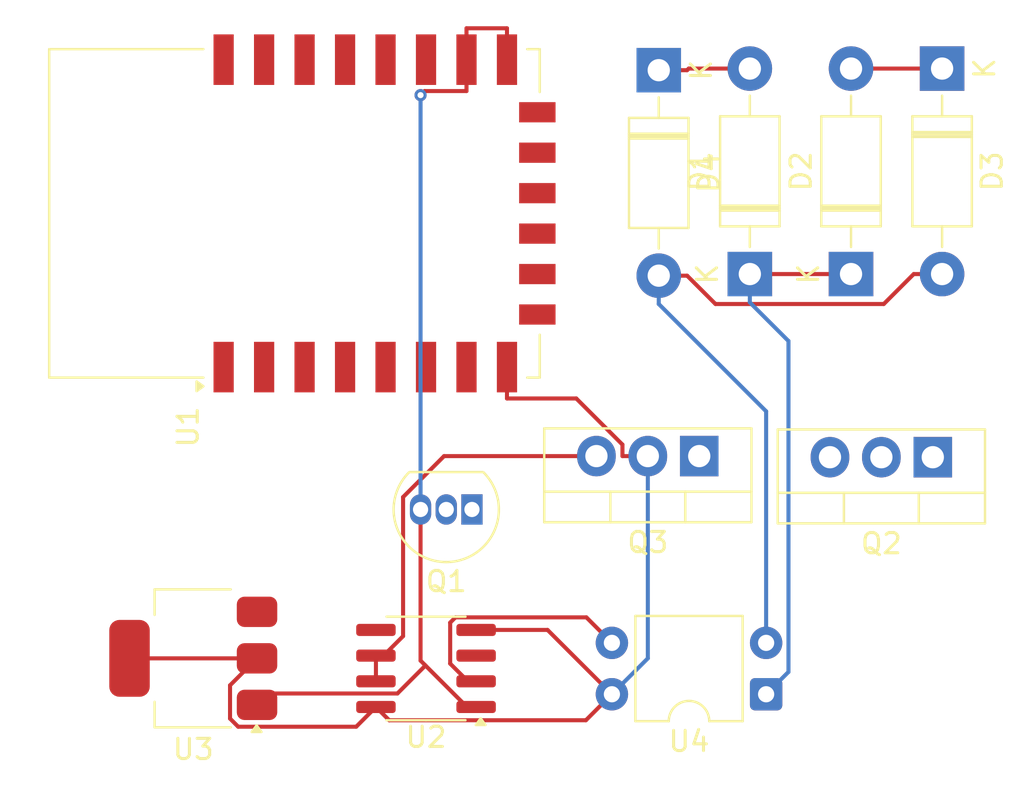
<source format=kicad_pcb>
(kicad_pcb (version 20241229) (generator "pcbnew") (generator_version "9.0")
  (layers (0 "F.Cu" signal) (2 "B.Cu" signal) (13 "F.Paste" user) (15 "B.Paste" user) (5 "F.SilkS" user "F.Silkscreen") (7 "B.SilkS" user "B.Silkscreen") (1 "F.Mask" user) (3 "B.Mask" user) (25 "Edge.Cuts" user))
  (net 0 "")
  (net 1 "Net-(D1-A)")
  (net 2 "Net-(D1-K)")
  (net 3 "Net-(D2-A)")
  (net 4 "Net-(D3-A)")
  (net 5 "Net-(Q1-C)")
  (net 6 "Net-(Q1-B)")
  (net 7 "GND")
  (net 8 "Net-(Q2-G)")
  (net 9 "LOAD_1")
  (net 10 "AC-IN-1")
  (net 11 "+3.3V")
  (net 12 "Net-(Q3-G)")
  (net 13 "CTRL_IN")
  (net 15 "PWM")
  (net 16 "Net-(JP2-C)")
  (net 17 "Net-(JP2-B)")
  (net 18 "GP0")
  (net 22 "Net-(U1-EN)")
  (net 31 "Net-(U1-~{RST})")
  (net 33 "Net-(U2-CV)")
  (net 34 "Net-(U2-TR)")
  (net 35 "Net-(U2-Q)")
  (net 36 "+5V")
  (footprint "Package_DIP:DIP-4_W7.62mm" (layer "F.Cu") (at 189.305 89.275 180)
    (property "Reference" "U4" (at 3.81 -2.33 0) (layer "F.SilkS"))
    (property "Value" "PC817")
    (fp_line (start 6.46 3.87) (end 6.46 -1.33) (stroke (width 0.12)) (layer "F.SilkS"))
    (fp_line (start 6.46 -1.33) (end 4.81 -1.33) (stroke (width 0.12)) (layer "F.SilkS"))
    (fp_line (start 2.81 -1.33) (end 1.16 -1.33) (stroke (width 0.12)) (layer "F.SilkS"))
    (fp_line (start 1.16 3.87) (end 6.46 3.87) (stroke (width 0.12)) (layer "F.SilkS"))
    (fp_line (start 1.16 -1.33) (end 1.16 3.87) (stroke (width 0.12)) (layer "F.SilkS"))
    (fp_arc (start 4.81 -1.33) (mid 3.81 -0.33) (end 2.81 -1.33) (stroke (width 0.12)) (layer "F.SilkS"))
    (pad "1" thru_hole roundrect (at 0 0 180) (size 1.6 1.6) (drill 0.8) (layers "*.Cu" "*.Mask") (roundrect_rratio 0.15625) (net 2 "Net-(D1-K)"))
    (pad "2" thru_hole circle (at 0 2.54 180) (size 1.6 1.6) (drill 0.8) (layers "*.Cu" "*.Mask") (net 4 "Net-(D3-A)"))
    (pad "3" thru_hole circle (at 7.62 2.54 180) (size 1.6 1.6) (drill 0.8) (layers "*.Cu" "*.Mask") (net 34 "Net-(U2-TR)"))
    (pad "4" thru_hole circle (at 7.62 0 180) (size 1.6 1.6) (drill 0.8) (layers "*.Cu" "*.Mask") (net 11 "+3.3V"))
  )
  (footprint "Package_TO_SOT_THT:TO-220-3_Vertical" (layer "F.Cu") (at 186 77.5 180)
    (property "Reference" "Q3" (at 2.54 -4.27 0) (layer "F.SilkS"))
    (property "Value" "IRF9540N")
    (fp_line (start 7.66 -3.27) (end 7.66 1.371) (stroke (width 0.12)) (layer "F.SilkS"))
    (fp_line (start 4.391 -3.27) (end 4.391 -1.76) (stroke (width 0.12)) (layer "F.SilkS"))
    (fp_line (start 0.69 -3.27) (end 0.69 -1.76) (stroke (width 0.12)) (layer "F.SilkS"))
    (fp_line (start -2.58 1.371) (end 7.66 1.371) (stroke (width 0.12)) (layer "F.SilkS"))
    (fp_line (start -2.58 -1.76) (end 7.66 -1.76) (stroke (width 0.12)) (layer "F.SilkS"))
    (fp_line (start -2.58 -3.27) (end 7.66 -3.27) (stroke (width 0.12)) (layer "F.SilkS"))
    (fp_line (start -2.58 -3.27) (end -2.58 1.371) (stroke (width 0.12)) (layer "F.SilkS"))
    (pad "1" thru_hole rect (at 0 0 180) (size 1.905 2) (drill 1.1) (layers "*.Cu" "*.Mask") (net 12 "Net-(Q3-G)"))
    (pad "2" thru_hole oval (at 2.54 0 180) (size 1.905 2) (drill 1.1) (layers "*.Cu" "*.Mask") (net 11 "+3.3V"))
    (pad "3" thru_hole oval (at 5.08 0 180) (size 1.905 2) (drill 1.1) (layers "*.Cu" "*.Mask") (net 13 "CTRL_IN"))
  )
  (footprint "Package_TO_SOT_THT:TO-92_Inline" (layer "F.Cu") (at 174.77 80.14 180)
    (property "Reference" "Q1" (at 1.27 -3.56 0) (layer "F.SilkS"))
    (property "Value" "BC548")
    (fp_line (start -0.53 1.85) (end 3.07 1.85) (stroke (width 0.12)) (layer "F.SilkS"))
    (fp_arc (start 1.27 -2.6) (mid 3.672087 -0.994977) (end 3.108478 1.838478) (stroke (width 0.12)) (layer "F.SilkS"))
    (fp_arc (start -0.568478 1.838478) (mid -1.132087 -0.994977) (end 1.27 -2.6) (stroke (width 0.12)) (layer "F.SilkS"))
    (pad "1" thru_hole rect (at 0 0 180) (size 1.05 1.5) (drill 0.75) (layers "*.Cu" "*.Mask") (net 5 "Net-(Q1-C)"))
    (pad "2" thru_hole oval (at 1.27 0 180) (size 1.05 1.5) (drill 0.75) (layers "*.Cu" "*.Mask") (net 6 "Net-(Q1-B)"))
    (pad "3" thru_hole oval (at 2.54 0 180) (size 1.05 1.5) (drill 0.75) (layers "*.Cu" "*.Mask") (net 7 "GND"))
  )
  (footprint "Diode_THT:D_DO-41_SOD81_P10.16mm_Horizontal" (layer "F.Cu") (at 184 58.42 -90)
    (property "Reference" "D4" (at 5.08 -2.47 90) (layer "F.SilkS"))
    (property "Value" "1N4007")
    (fp_line (start 2.36 1.47) (end 7.8 1.47) (stroke (width 0.12)) (layer "F.SilkS"))
    (fp_line (start 7.8 1.47) (end 7.8 -1.47) (stroke (width 0.12)) (layer "F.SilkS"))
    (fp_line (start 1.34 0) (end 2.36 0) (stroke (width 0.12)) (layer "F.SilkS"))
    (fp_line (start 8.82 0) (end 7.8 0) (stroke (width 0.12)) (layer "F.SilkS"))
    (fp_line (start 2.36 -1.47) (end 2.36 1.47) (stroke (width 0.12)) (layer "F.SilkS"))
    (fp_line (start 3.14 -1.47) (end 3.14 1.47) (stroke (width 0.12)) (layer "F.SilkS"))
    (fp_line (start 3.26 -1.47) (end 3.26 1.47) (stroke (width 0.12)) (layer "F.SilkS"))
    (fp_line (start 3.38 -1.47) (end 3.38 1.47) (stroke (width 0.12)) (layer "F.SilkS"))
    (fp_line (start 7.8 -1.47) (end 2.36 -1.47) (stroke (width 0.12)) (layer "F.SilkS"))
    (fp_text user "K" (at 0 -2.1 90) (layer "F.SilkS"))
    (pad "1" thru_hole rect (at 0 0 270) (size 2.2 2.2) (drill 1.1) (layers "*.Cu" "*.Mask") (net 1 "Net-(D1-A)"))
    (pad "2" thru_hole oval (at 10.16 0 270) (size 2.2 2.2) (drill 1.1) (layers "*.Cu" "*.Mask") (net 4 "Net-(D3-A)"))
  )
  (footprint "RF_Module:ESP-12E" (layer "F.Cu") (at 166 65.5 90)
    (property "Reference" "U1" (at -10.56 -5.26 90) (layer "F.SilkS"))
    (property "Value" "ESP-12E")
    (fp_line (start 8.12 -12.12) (end 8.12 -4.5) (stroke (width 0.12)) (layer "F.SilkS"))
    (fp_line (start -8.12 -12.12) (end 8.12 -12.12) (stroke (width 0.12)) (layer "F.SilkS"))
    (fp_line (start -8.12 -4.5) (end -8.12 -12.12) (stroke (width 0.12)) (layer "F.SilkS"))
    (fp_line (start 8.12 11.5) (end 8.12 12.12) (stroke (width 0.12)) (layer "F.SilkS"))
    (fp_line (start 8.12 12.12) (end 6 12.12) (stroke (width 0.12)) (layer "F.SilkS"))
    (fp_line (start -6 12.12) (end -8.12 12.12) (stroke (width 0.12)) (layer "F.SilkS"))
    (fp_line (start -8.12 12.12) (end -8.12 11.5) (stroke (width 0.12)) (layer "F.SilkS"))
    (fp_poly (pts (xy -8.55 -4.5) (xy -8.79 -4.836) (xy -8.31 -4.836) (xy -8.55 -4.5)) (stroke (width 0.12)) (fill yes) (layer "F.SilkS"))
    (pad "1" smd rect (at -7.6 -3.5 90) (size 2.5 1) (layers "F.Cu" "F.Mask" "F.Paste") (net 31 "Net-(U1-~{RST})"))
    (pad "2" smd rect (at -7.6 -1.5 90) (size 2.5 1) (layers "F.Cu" "F.Mask" "F.Paste"))
    (pad "3" smd rect (at -7.6 0.5 90) (size 2.5 1) (layers "F.Cu" "F.Mask" "F.Paste") (net 22 "Net-(U1-EN)"))
    (pad "4" smd rect (at -7.6 2.5 90) (size 2.5 1) (layers "F.Cu" "F.Mask" "F.Paste"))
    (pad "5" smd rect (at -7.6 4.5 90) (size 2.5 1) (layers "F.Cu" "F.Mask" "F.Paste") (net 15 "PWM"))
    (pad "6" smd rect (at -7.6 6.5 90) (size 2.5 1) (layers "F.Cu" "F.Mask" "F.Paste"))
    (pad "7" smd rect (at -7.6 8.5 90) (size 2.5 1) (layers "F.Cu" "F.Mask" "F.Paste"))
    (pad "8" smd rect (at -7.6 10.5 90) (size 2.5 1) (layers "F.Cu" "F.Mask" "F.Paste") (net 11 "+3.3V"))
    (pad "9" smd rect (at -5 12 90) (size 1 1.8) (layers "F.Cu" "F.Mask" "F.Paste"))
    (pad "10" smd rect (at -3 12 90) (size 1 1.8) (layers "F.Cu" "F.Mask" "F.Paste"))
    (pad "11" smd rect (at -1 12 90) (size 1 1.8) (layers "F.Cu" "F.Mask" "F.Paste"))
    (pad "12" smd rect (at 1 12 90) (size 1 1.8) (layers "F.Cu" "F.Mask" "F.Paste"))
    (pad "13" smd rect (at 3 12 90) (size 1 1.8) (layers "F.Cu" "F.Mask" "F.Paste"))
    (pad "14" smd rect (at 5 12 90) (size 1 1.8) (layers "F.Cu" "F.Mask" "F.Paste"))
    (pad "15" smd rect (at 7.6 10.5 90) (size 2.5 1) (layers "F.Cu" "F.Mask" "F.Paste") (net 7 "GND"))
    (pad "16" smd rect (at 7.6 8.5 90) (size 2.5 1) (layers "F.Cu" "F.Mask" "F.Paste") (net 7 "GND"))
    (pad "17" smd rect (at 7.6 6.5 90) (size 2.5 1) (layers "F.Cu" "F.Mask" "F.Paste"))
    (pad "18" smd rect (at 7.6 4.5 90) (size 2.5 1) (layers "F.Cu" "F.Mask" "F.Paste") (net 18 "GP0"))
    (pad "19" smd rect (at 7.6 2.5 90) (size 2.5 1) (layers "F.Cu" "F.Mask" "F.Paste"))
    (pad "20" smd rect (at 7.6 0.5 90) (size 2.5 1) (layers "F.Cu" "F.Mask" "F.Paste"))
    (pad "21" smd rect (at 7.6 -1.5 90) (size 2.5 1) (layers "F.Cu" "F.Mask" "F.Paste") (net 17 "Net-(JP2-B)"))
    (pad "22" smd rect (at 7.6 -3.5 90) (size 2.5 1) (layers "F.Cu" "F.Mask" "F.Paste") (net 16 "Net-(JP2-C)"))
  )
  (footprint "Diode_THT:D_DO-41_SOD81_P10.16mm_Horizontal" (layer "F.Cu") (at 198 58.34 -90)
    (property "Reference" "D3" (at 5.08 -2.47 90) (layer "F.SilkS"))
    (property "Value" "1N4007")
    (fp_line (start 2.36 1.47) (end 7.8 1.47) (stroke (width 0.12)) (layer "F.SilkS"))
    (fp_line (start 7.8 1.47) (end 7.8 -1.47) (stroke (width 0.12)) (layer "F.SilkS"))
    (fp_line (start 1.34 0) (end 2.36 0) (stroke (width 0.12)) (layer "F.SilkS"))
    (fp_line (start 8.82 0) (end 7.8 0) (stroke (width 0.12)) (layer "F.SilkS"))
    (fp_line (start 2.36 -1.47) (end 2.36 1.47) (stroke (width 0.12)) (layer "F.SilkS"))
    (fp_line (start 3.14 -1.47) (end 3.14 1.47) (stroke (width 0.12)) (layer "F.SilkS"))
    (fp_line (start 3.26 -1.47) (end 3.26 1.47) (stroke (width 0.12)) (layer "F.SilkS"))
    (fp_line (start 3.38 -1.47) (end 3.38 1.47) (stroke (width 0.12)) (layer "F.SilkS"))
    (fp_line (start 7.8 -1.47) (end 2.36 -1.47) (stroke (width 0.12)) (layer "F.SilkS"))
    (fp_text user "K" (at 0 -2.1 90) (layer "F.SilkS"))
    (pad "1" thru_hole rect (at 0 0 270) (size 2.2 2.2) (drill 1.1) (layers "*.Cu" "*.Mask") (net 3 "Net-(D2-A)"))
    (pad "2" thru_hole oval (at 10.16 0 270) (size 2.2 2.2) (drill 1.1) (layers "*.Cu" "*.Mask") (net 4 "Net-(D3-A)"))
  )
  (footprint "Diode_THT:D_DO-41_SOD81_P10.16mm_Horizontal" (layer "F.Cu") (at 188.5 68.5 90)
    (property "Reference" "D1" (at 5.08 -2.47 90) (layer "F.SilkS"))
    (property "Value" "~")
    (fp_line (start 7.8 -1.47) (end 2.36 -1.47) (stroke (width 0.12)) (layer "F.SilkS"))
    (fp_line (start 3.38 -1.47) (end 3.38 1.47) (stroke (width 0.12)) (layer "F.SilkS"))
    (fp_line (start 3.26 -1.47) (end 3.26 1.47) (stroke (width 0.12)) (layer "F.SilkS"))
    (fp_line (start 3.14 -1.47) (end 3.14 1.47) (stroke (width 0.12)) (layer "F.SilkS"))
    (fp_line (start 2.36 -1.47) (end 2.36 1.47) (stroke (width 0.12)) (layer "F.SilkS"))
    (fp_line (start 8.82 0) (end 7.8 0) (stroke (width 0.12)) (layer "F.SilkS"))
    (fp_line (start 1.34 0) (end 2.36 0) (stroke (width 0.12)) (layer "F.SilkS"))
    (fp_line (start 7.8 1.47) (end 7.8 -1.47) (stroke (width 0.12)) (layer "F.SilkS"))
    (fp_line (start 2.36 1.47) (end 7.8 1.47) (stroke (width 0.12)) (layer "F.SilkS"))
    (fp_text user "K" (at 0 -2.1 90) (layer "F.SilkS"))
    (pad "1" thru_hole rect (at 0 0 90) (size 2.2 2.2) (drill 1.1) (layers "*.Cu" "*.Mask") (net 2 "Net-(D1-K)"))
    (pad "2" thru_hole oval (at 10.16 0 90) (size 2.2 2.2) (drill 1.1) (layers "*.Cu" "*.Mask") (net 1 "Net-(D1-A)"))
  )
  (footprint "Package_TO_SOT_THT:TO-220-3_Vertical" (layer "F.Cu") (at 197.54 77.555 180)
    (property "Reference" "Q2" (at 2.54 -4.27 0) (layer "F.SilkS"))
    (property "Value" "BT136-500")
    (fp_line (start 7.66 -3.27) (end 7.66 1.371) (stroke (width 0.12)) (layer "F.SilkS"))
    (fp_line (start 4.391 -3.27) (end 4.391 -1.76) (stroke (width 0.12)) (layer "F.SilkS"))
    (fp_line (start 0.69 -3.27) (end 0.69 -1.76) (stroke (width 0.12)) (layer "F.SilkS"))
    (fp_line (start -2.58 1.371) (end 7.66 1.371) (stroke (width 0.12)) (layer "F.SilkS"))
    (fp_line (start -2.58 -1.76) (end 7.66 -1.76) (stroke (width 0.12)) (layer "F.SilkS"))
    (fp_line (start -2.58 -3.27) (end 7.66 -3.27) (stroke (width 0.12)) (layer "F.SilkS"))
    (fp_line (start -2.58 -3.27) (end -2.58 1.371) (stroke (width 0.12)) (layer "F.SilkS"))
    (pad "1" thru_hole rect (at 0 0 180) (size 1.905 2) (drill 1.1) (layers "*.Cu" "*.Mask") (net 9 "LOAD_1"))
    (pad "2" thru_hole oval (at 2.54 0 180) (size 1.905 2) (drill 1.1) (layers "*.Cu" "*.Mask") (net 10 "AC-IN-1"))
    (pad "3" thru_hole oval (at 5.08 0 180) (size 1.905 2) (drill 1.1) (layers "*.Cu" "*.Mask") (net 8 "Net-(Q2-G)"))
  )
  (footprint "Diode_THT:D_DO-41_SOD81_P10.16mm_Horizontal" (layer "F.Cu") (at 193.5 68.5 90)
    (property "Reference" "D2" (at 5.08 -2.47 90) (layer "F.SilkS"))
    (property "Value" "~")
    (fp_line (start 7.8 -1.47) (end 2.36 -1.47) (stroke (width 0.12)) (layer "F.SilkS"))
    (fp_line (start 3.38 -1.47) (end 3.38 1.47) (stroke (width 0.12)) (layer "F.SilkS"))
    (fp_line (start 3.26 -1.47) (end 3.26 1.47) (stroke (width 0.12)) (layer "F.SilkS"))
    (fp_line (start 3.14 -1.47) (end 3.14 1.47) (stroke (width 0.12)) (layer "F.SilkS"))
    (fp_line (start 2.36 -1.47) (end 2.36 1.47) (stroke (width 0.12)) (layer "F.SilkS"))
    (fp_line (start 8.82 0) (end 7.8 0) (stroke (width 0.12)) (layer "F.SilkS"))
    (fp_line (start 1.34 0) (end 2.36 0) (stroke (width 0.12)) (layer "F.SilkS"))
    (fp_line (start 7.8 1.47) (end 7.8 -1.47) (stroke (width 0.12)) (layer "F.SilkS"))
    (fp_line (start 2.36 1.47) (end 7.8 1.47) (stroke (width 0.12)) (layer "F.SilkS"))
    (fp_text user "K" (at 0 -2.1 90) (layer "F.SilkS"))
    (pad "1" thru_hole rect (at 0 0 90) (size 2.2 2.2) (drill 1.1) (layers "*.Cu" "*.Mask") (net 2 "Net-(D1-K)"))
    (pad "2" thru_hole oval (at 10.16 0 90) (size 2.2 2.2) (drill 1.1) (layers "*.Cu" "*.Mask") (net 3 "Net-(D2-A)"))
  )
  (footprint "Package_SO:SOIC-8_3.9x4.9mm_P1.27mm" (layer "F.Cu") (at 172.5 88 180)
    (property "Reference" "U2" (at 0 -3.4 0) (layer "F.SilkS"))
    (property "Value" "NE555D")
    (fp_line (start 0 2.56) (end 1.95 2.56) (stroke (width 0.12)) (layer "F.SilkS"))
    (fp_line (start 0 2.56) (end -1.95 2.56) (stroke (width 0.12)) (layer "F.SilkS"))
    (fp_line (start 0 -2.56) (end 1.95 -2.56) (stroke (width 0.12)) (layer "F.SilkS"))
    (fp_line (start 0 -2.56) (end -1.95 -2.56) (stroke (width 0.12)) (layer "F.SilkS"))
    (fp_poly (pts (xy -2.7 -2.465) (xy -2.94 -2.795) (xy -2.46 -2.795) (xy -2.7 -2.465)) (stroke (width 0.12)) (fill yes) (layer "F.SilkS"))
    (pad "1" smd roundrect (at -2.475 -1.905 180) (size 1.95 0.6) (layers "F.Cu" "F.Mask" "F.Paste") (net 7 "GND"))
    (pad "2" smd roundrect (at -2.475 -0.635 180) (size 1.95 0.6) (layers "F.Cu" "F.Mask" "F.Paste") (net 34 "Net-(U2-TR)"))
    (pad "3" smd roundrect (at -2.475 0.635 180) (size 1.95 0.6) (layers "F.Cu" "F.Mask" "F.Paste") (net 35 "Net-(U2-Q)"))
    (pad "4" smd roundrect (at -2.475 1.905 180) (size 1.95 0.6) (layers "F.Cu" "F.Mask" "F.Paste") (net 11 "+3.3V"))
    (pad "5" smd roundrect (at 2.475 1.905 180) (size 1.95 0.6) (layers "F.Cu" "F.Mask" "F.Paste") (net 33 "Net-(U2-CV)"))
    (pad "6" smd roundrect (at 2.475 0.635 180) (size 1.95 0.6) (layers "F.Cu" "F.Mask" "F.Paste") (net 13 "CTRL_IN"))
    (pad "7" smd roundrect (at 2.475 -0.635 180) (size 1.95 0.6) (layers "F.Cu" "F.Mask" "F.Paste") (net 13 "CTRL_IN"))
    (pad "8" smd roundrect (at 2.475 -1.905 180) (size 1.95 0.6) (layers "F.Cu" "F.Mask" "F.Paste") (net 11 "+3.3V"))
  )
  (footprint "Package_TO_SOT_SMD:SOT-223-3_TabPin2" (layer "F.Cu") (at 161 87.5 180)
    (property "Reference" "U3" (at 0 -4.5 0) (layer "F.SilkS"))
    (property "Value" "AMS1117-3.3")
    (fp_line (start 1.91 3.41) (end 1.91 2.15) (stroke (width 0.12)) (layer "F.SilkS"))
    (fp_line (start 1.91 -3.41) (end 1.91 -2.15) (stroke (width 0.12)) (layer "F.SilkS"))
    (fp_line (start -1.85 3.41) (end 1.91 3.41) (stroke (width 0.12)) (layer "F.SilkS"))
    (fp_line (start -1.85 -3.41) (end 1.91 -3.41) (stroke (width 0.12)) (layer "F.SilkS"))
    (fp_poly (pts (xy -3.13 -3.31) (xy -3.37 -3.64) (xy -2.89 -3.64) (xy -3.13 -3.31)) (stroke (width 0.12)) (fill yes) (layer "F.SilkS"))
    (pad "1" smd roundrect (at -3.15 -2.3 180) (size 2 1.5) (layers "F.Cu" "F.Mask" "F.Paste") (net 7 "GND"))
    (pad "2" smd roundrect (at -3.15 0 180) (size 2 1.5) (layers "F.Cu" "F.Mask" "F.Paste") (net 11 "+3.3V"))
    (pad "2" smd roundrect (at 3.15 0 180) (size 2 3.8) (layers "F.Cu" "F.Mask" "F.Paste") (net 11 "+3.3V"))
    (pad "3" smd roundrect (at -3.15 2.3 180) (size 2 1.5) (layers "F.Cu" "F.Mask" "F.Paste") (net 36 "+5V"))
  )
  (segment (start 185.4817 58.34) (end 185.4017 58.42) (width 0.2) (layer "F.Cu") (net 1))
  (segment (start 188.5 58.34) (end 185.4817 58.34) (width 0.2) (layer "F.Cu") (net 1))
  (segment (start 184 58.42) (end 185.4017 58.42) (width 0.2) (layer "F.Cu") (net 1))
  (segment (start 188.5 68.5) (end 193.5 68.5) (width 0.2) (layer "F.Cu") (net 2))
  (segment (start 190.4093 71.811) (end 188.5 69.9017) (width 0.2) (layer "B.Cu") (net 2))
  (segment (start 190.4093 88.1707) (end 190.4093 71.811) (width 0.2) (layer "B.Cu") (net 2))
  (segment (start 188.5 68.5) (end 188.5 69.9017) (width 0.2) (layer "B.Cu") (net 2))
  (segment (start 189.305 89.275) (end 190.4093 88.1707) (width 0.2) (layer "B.Cu") (net 2))
  (segment (start 193.5 58.34) (end 198 58.34) (width 0.2) (layer "F.Cu") (net 3))
  (segment (start 186.8022 69.9805) (end 185.4017 68.58) (width 0.2) (layer "F.Cu") (net 4))
  (segment (start 196.5983 68.5) (end 195.1178 69.9805) (width 0.2) (layer "F.Cu") (net 4))
  (segment (start 195.1178 69.9805) (end 186.8022 69.9805) (width 0.2) (layer "F.Cu") (net 4))
  (segment (start 198 68.5) (end 196.5983 68.5) (width 0.2) (layer "F.Cu") (net 4))
  (segment (start 184 68.58) (end 185.4017 68.58) (width 0.2) (layer "F.Cu") (net 4))
  (segment (start 184 68.58) (end 184 69.9817) (width 0.2) (layer "B.Cu") (net 4))
  (segment (start 184 69.9817) (end 189.305 75.2867) (width 0.2) (layer "B.Cu") (net 4))
  (segment (start 189.305 75.2867) (end 189.305 86.735) (width 0.2) (layer "B.Cu") (net 4))
  (segment (start 174.5236 89.905) (end 174.975 89.905) (width 0.2) (layer "F.Cu") (net 7))
  (segment (start 174.5 57.1241) (end 174.5 57.9) (width 0.2) (layer "F.Cu") (net 7))
  (segment (start 174.5 57.9) (end 174.5 59.4517) (width 0.2) (layer "F.Cu") (net 7))
  (segment (start 172.23 80.14) (end 172.23 87.6114) (width 0.2) (layer "F.Cu") (net 7))
  (segment (start 172.4716 87.853) (end 174.5236 89.905) (width 0.2) (layer "F.Cu") (net 7))
  (segment (start 174.5 56.3483) (end 176.5 56.3483) (width 0.2) (layer "F.Cu") (net 7))
  (segment (start 172.4716 87.853) (end 171.0873 89.2373) (width 0.2) (layer "F.Cu") (net 7))
  (segment (start 174.5 57.1241) (end 174.5 56.3483) (width 0.2) (layer "F.Cu") (net 7))
  (segment (start 176.5 57.9) (end 176.5 56.3483) (width 0.2) (layer "F.Cu") (net 7))
  (segment (start 164.7127 89.2373) (end 164.15 89.8) (width 0.2) (layer "F.Cu") (net 7))
  (segment (start 171.0873 89.2373) (end 164.7127 89.2373) (width 0.2) (layer "F.Cu") (net 7))
  (segment (start 172.4316 59.4517) (end 172.23 59.6533) (width 0.2) (layer "F.Cu") (net 7))
  (segment (start 172.23 87.6114) (end 172.4716 87.853) (width 0.2) (layer "F.Cu") (net 7))
  (segment (start 174.5 59.4517) (end 172.4316 59.4517) (width 0.2) (layer "F.Cu") (net 7))
  (via (at 172.23 59.6533) (size 0.6) (drill 0.3) (layers "F.Cu" "B.Cu") (net 7))
  (segment (start 172.23 80.14) (end 172.23 59.6533) (width 0.2) (layer "B.Cu") (net 7))
  (segment (start 178.505 86.095) (end 181.685 89.275) (width 0.2) (layer "F.Cu") (net 11))
  (segment (start 176.5 73.1) (end 176.5 74.6517) (width 0.2) (layer "F.Cu") (net 11))
  (segment (start 157.85 87.5) (end 164.15 87.5) (width 0.2) (layer "F.Cu") (net 11))
  (segment (start 182.2058 76.9328) (end 182.2058 77.5) (width 0.2) (layer "F.Cu") (net 11))
  (segment (start 180.3997 90.5603) (end 181.685 89.275) (width 0.2) (layer "F.Cu") (net 11))
  (segment (start 179.9247 74.6517) (end 182.2058 76.9328) (width 0.2) (layer "F.Cu") (net 11))
  (segment (start 169.0496 90.8804) (end 163.219 90.8804) (width 0.2) (layer "F.Cu") (net 11))
  (segment (start 176.5 74.6517) (end 179.9247 74.6517) (width 0.2) (layer "F.Cu") (net 11))
  (segment (start 183.46 77.5) (end 182.2058 77.5) (width 0.2) (layer "F.Cu") (net 11))
  (segment (start 170.025 89.905) (end 170.6803 90.5603) (width 0.2) (layer "F.Cu") (net 11))
  (segment (start 174.975 86.095) (end 178.505 86.095) (width 0.2) (layer "F.Cu") (net 11))
  (segment (start 170.6803 90.5603) (end 180.3997 90.5603) (width 0.2) (layer "F.Cu") (net 11))
  (segment (start 163.219 90.8804) (end 162.8165 90.4779) (width 0.2) (layer "F.Cu") (net 11))
  (segment (start 162.8165 88.8335) (end 164.15 87.5) (width 0.2) (layer "F.Cu") (net 11))
  (segment (start 170.025 89.905) (end 169.0496 90.8804) (width 0.2) (layer "F.Cu") (net 11))
  (segment (start 162.8165 90.4779) (end 162.8165 88.8335) (width 0.2) (layer "F.Cu") (net 11))
  (segment (start 183.46 77.5) (end 183.46 87.5) (width 0.2) (layer "B.Cu") (net 11))
  (segment (start 183.46 87.5) (end 181.685 89.275) (width 0.2) (layer "B.Cu") (net 11))
  (segment (start 180.92 77.5) (end 173.3933 77.5) (width 0.2) (layer "F.Cu") (net 13))
  (segment (start 170.4048 87.365) (end 170.025 87.365) (width 0.2) (layer "F.Cu") (net 13))
  (segment (start 170.025 88.635) (end 170.025 87.365) (width 0.2) (layer "F.Cu") (net 13))
  (segment (start 171.367 86.4028) (end 170.4048 87.365) (width 0.2) (layer "F.Cu") (net 13))
  (segment (start 173.3933 77.5) (end 171.367 79.5263) (width 0.2) (layer "F.Cu") (net 13))
  (segment (start 171.367 79.5263) (end 171.367 86.4028) (width 0.2) (layer "F.Cu") (net 13))
  (segment (start 173.6938 85.7338) (end 173.9537 85.4739) (width 0.2) (layer "F.Cu") (net 34))
  (segment (start 180.4239 85.4739) (end 181.685 86.735) (width 0.2) (layer "F.Cu") (net 34))
  (segment (start 173.9537 85.4739) (end 180.4239 85.4739) (width 0.2) (layer "F.Cu") (net 34))
  (segment (start 173.6938 87.7602) (end 173.6938 85.7338) (width 0.2) (layer "F.Cu") (net 34))
  (segment (start 174.975 88.635) (end 174.5686 88.635) (width 0.2) (layer "F.Cu") (net 34))
  (segment (start 174.5686 88.635) (end 173.6938 87.7602) (width 0.2) (layer "F.Cu") (net 34))
)
</source>
